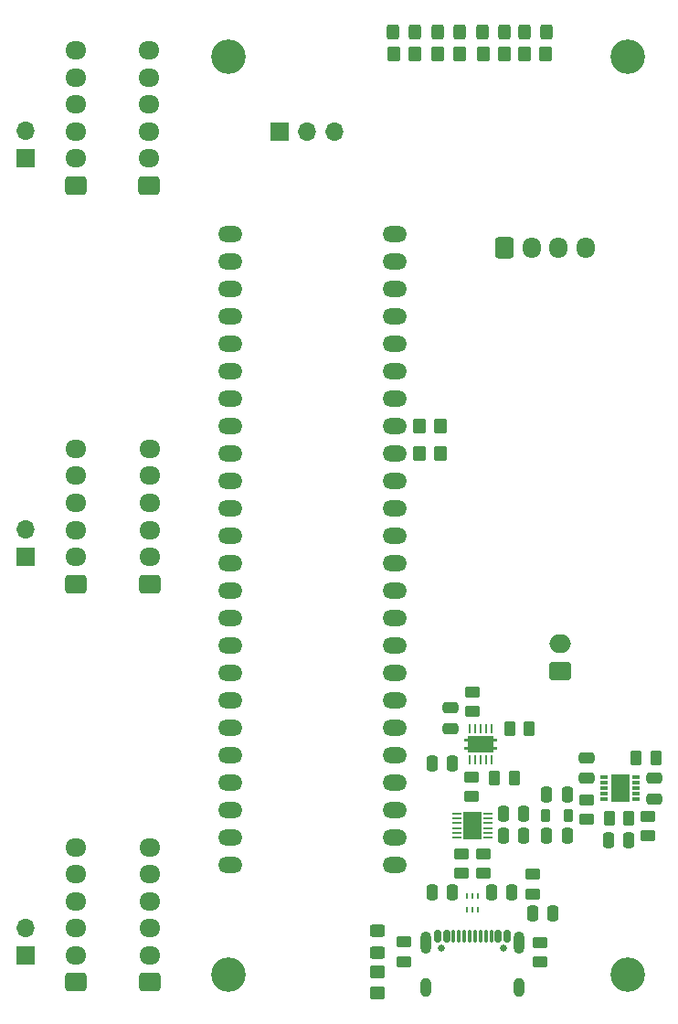
<source format=gts>
G04 #@! TF.GenerationSoftware,KiCad,Pcbnew,8.0.8*
G04 #@! TF.CreationDate,2025-03-10T12:23:01-04:00*
G04 #@! TF.ProjectId,ground-receiver,67726f75-6e64-42d7-9265-636569766572,rev?*
G04 #@! TF.SameCoordinates,Original*
G04 #@! TF.FileFunction,Soldermask,Top*
G04 #@! TF.FilePolarity,Negative*
%FSLAX46Y46*%
G04 Gerber Fmt 4.6, Leading zero omitted, Abs format (unit mm)*
G04 Created by KiCad (PCBNEW 8.0.8) date 2025-03-10 12:23:01*
%MOMM*%
%LPD*%
G01*
G04 APERTURE LIST*
G04 Aperture macros list*
%AMRoundRect*
0 Rectangle with rounded corners*
0 $1 Rounding radius*
0 $2 $3 $4 $5 $6 $7 $8 $9 X,Y pos of 4 corners*
0 Add a 4 corners polygon primitive as box body*
4,1,4,$2,$3,$4,$5,$6,$7,$8,$9,$2,$3,0*
0 Add four circle primitives for the rounded corners*
1,1,$1+$1,$2,$3*
1,1,$1+$1,$4,$5*
1,1,$1+$1,$6,$7*
1,1,$1+$1,$8,$9*
0 Add four rect primitives between the rounded corners*
20,1,$1+$1,$2,$3,$4,$5,0*
20,1,$1+$1,$4,$5,$6,$7,0*
20,1,$1+$1,$6,$7,$8,$9,0*
20,1,$1+$1,$8,$9,$2,$3,0*%
G04 Aperture macros list end*
%ADD10C,0.000000*%
%ADD11RoundRect,0.050000X0.350000X0.050000X-0.350000X0.050000X-0.350000X-0.050000X0.350000X-0.050000X0*%
%ADD12R,1.700000X2.500000*%
%ADD13R,0.254000X0.812800*%
%ADD14R,2.400000X1.650000*%
%ADD15RoundRect,0.250000X0.262500X0.450000X-0.262500X0.450000X-0.262500X-0.450000X0.262500X-0.450000X0*%
%ADD16RoundRect,0.250000X-0.600000X-0.725000X0.600000X-0.725000X0.600000X0.725000X-0.600000X0.725000X0*%
%ADD17O,1.700000X1.950000*%
%ADD18RoundRect,0.250000X-0.350000X-0.450000X0.350000X-0.450000X0.350000X0.450000X-0.350000X0.450000X0*%
%ADD19RoundRect,0.250000X-0.450000X0.262500X-0.450000X-0.262500X0.450000X-0.262500X0.450000X0.262500X0*%
%ADD20RoundRect,0.250000X0.250000X0.475000X-0.250000X0.475000X-0.250000X-0.475000X0.250000X-0.475000X0*%
%ADD21C,3.200000*%
%ADD22RoundRect,0.250000X-0.250000X-0.475000X0.250000X-0.475000X0.250000X0.475000X-0.250000X0.475000X0*%
%ADD23RoundRect,0.250000X0.450000X-0.262500X0.450000X0.262500X-0.450000X0.262500X-0.450000X-0.262500X0*%
%ADD24RoundRect,0.250000X0.475000X-0.250000X0.475000X0.250000X-0.475000X0.250000X-0.475000X-0.250000X0*%
%ADD25O,2.250000X1.500000*%
%ADD26RoundRect,0.250000X0.725000X-0.600000X0.725000X0.600000X-0.725000X0.600000X-0.725000X-0.600000X0*%
%ADD27O,1.950000X1.700000*%
%ADD28RoundRect,0.250000X0.450000X-0.325000X0.450000X0.325000X-0.450000X0.325000X-0.450000X-0.325000X0*%
%ADD29RoundRect,0.250000X-0.475000X0.250000X-0.475000X-0.250000X0.475000X-0.250000X0.475000X0.250000X0*%
%ADD30RoundRect,0.250000X0.750000X-0.600000X0.750000X0.600000X-0.750000X0.600000X-0.750000X-0.600000X0*%
%ADD31O,2.000000X1.700000*%
%ADD32RoundRect,0.250000X-0.325000X-0.450000X0.325000X-0.450000X0.325000X0.450000X-0.325000X0.450000X0*%
%ADD33R,1.700000X1.700000*%
%ADD34O,1.700000X1.700000*%
%ADD35R,0.279400X0.584200*%
%ADD36RoundRect,0.250000X0.350000X0.450000X-0.350000X0.450000X-0.350000X-0.450000X0.350000X-0.450000X0*%
%ADD37RoundRect,0.250000X-0.262500X-0.450000X0.262500X-0.450000X0.262500X0.450000X-0.262500X0.450000X0*%
%ADD38R,0.800000X0.300000*%
%ADD39R,1.750000X2.500000*%
%ADD40RoundRect,0.218750X0.218750X0.381250X-0.218750X0.381250X-0.218750X-0.381250X0.218750X-0.381250X0*%
%ADD41C,0.650000*%
%ADD42RoundRect,0.150000X-0.150000X-0.425000X0.150000X-0.425000X0.150000X0.425000X-0.150000X0.425000X0*%
%ADD43RoundRect,0.075000X-0.075000X-0.500000X0.075000X-0.500000X0.075000X0.500000X-0.075000X0.500000X0*%
%ADD44O,1.000000X2.100000*%
%ADD45O,1.000000X1.800000*%
%ADD46RoundRect,0.250000X-0.450000X0.350000X-0.450000X-0.350000X0.450000X-0.350000X0.450000X0.350000X0*%
G04 APERTURE END LIST*
D10*
G36*
X153700252Y-111652263D02*
G01*
X153400252Y-111652263D01*
X153400252Y-111402263D01*
X153700252Y-111402263D01*
X153700252Y-111652263D01*
G37*
G36*
X153700252Y-111652263D02*
G01*
X153400252Y-111652263D01*
X153400252Y-111402263D01*
X153700252Y-111402263D01*
X153700252Y-111652263D01*
G37*
G36*
X156400252Y-111652263D02*
G01*
X156100252Y-111652263D01*
X156100252Y-111402263D01*
X156400252Y-111402263D01*
X156400252Y-111652263D01*
G37*
G36*
X156400252Y-111652263D02*
G01*
X156100252Y-111652263D01*
X156100252Y-111402263D01*
X156400252Y-111402263D01*
X156400252Y-111652263D01*
G37*
G36*
X153700252Y-110902137D02*
G01*
X153400252Y-110902137D01*
X153400252Y-110652137D01*
X153700252Y-110652137D01*
X153700252Y-110902137D01*
G37*
G36*
X153700252Y-110902137D02*
G01*
X153400252Y-110902137D01*
X153400252Y-110652137D01*
X153700252Y-110652137D01*
X153700252Y-110902137D01*
G37*
G36*
X156400252Y-110902137D02*
G01*
X156100252Y-110902137D01*
X156100252Y-110652137D01*
X156400252Y-110652137D01*
X156400252Y-110902137D01*
G37*
G36*
X156400252Y-110902137D02*
G01*
X156100252Y-110902137D01*
X156100252Y-110652137D01*
X156400252Y-110652137D01*
X156400252Y-110902137D01*
G37*
D11*
X155575000Y-119800000D03*
X155575000Y-119350000D03*
X155575000Y-118900000D03*
X155575000Y-118450000D03*
X155575000Y-118000000D03*
X155575000Y-117550000D03*
X152675000Y-117550000D03*
X152675000Y-118000000D03*
X152675000Y-118450000D03*
X152675000Y-118900000D03*
X152675000Y-119350000D03*
X152675000Y-119800000D03*
D12*
X154125000Y-118675000D03*
D13*
X153900000Y-112600000D03*
X154400126Y-112600000D03*
X154900252Y-112600000D03*
X155400378Y-112600000D03*
X155900504Y-112600000D03*
X155900504Y-109704400D03*
X155400378Y-109704400D03*
X154900252Y-109704400D03*
X154400126Y-109704400D03*
X153900000Y-109704400D03*
D14*
X154900252Y-111152200D03*
D15*
X171137500Y-112412500D03*
X169312500Y-112412500D03*
D16*
X157100000Y-65200000D03*
D17*
X159600000Y-65200000D03*
X162100000Y-65200000D03*
X164600000Y-65200000D03*
D18*
X155100000Y-47200000D03*
X157100000Y-47200000D03*
D19*
X164712500Y-116287500D03*
X164712500Y-118112500D03*
D20*
X162912500Y-115812500D03*
X161012500Y-115812500D03*
D19*
X155100000Y-121275000D03*
X155100000Y-123100000D03*
D20*
X157800000Y-124900000D03*
X155900000Y-124900000D03*
D21*
X131500000Y-132500000D03*
D15*
X168612500Y-118012500D03*
X166787500Y-118012500D03*
D22*
X161012500Y-119612500D03*
X162912500Y-119612500D03*
D19*
X147800000Y-129475000D03*
X147800000Y-131300000D03*
D20*
X158900000Y-119600000D03*
X157000000Y-119600000D03*
D23*
X170412500Y-119637500D03*
X170412500Y-117812500D03*
D24*
X164712500Y-114312500D03*
X164712500Y-112412500D03*
D25*
X131680000Y-66425000D03*
X131680000Y-68965000D03*
X131680000Y-71505000D03*
X131680000Y-74045000D03*
X131680000Y-99445000D03*
X146920000Y-68965000D03*
X131680000Y-76585000D03*
X131680000Y-79125000D03*
X146920000Y-63885000D03*
X131680000Y-81665000D03*
X131680000Y-84205000D03*
X131680000Y-86745000D03*
X131680000Y-89285000D03*
X131680000Y-91825000D03*
X131680000Y-94365000D03*
X131680000Y-96905000D03*
X146920000Y-96905000D03*
X146920000Y-94365000D03*
X146920000Y-91825000D03*
X146920000Y-89285000D03*
X146920000Y-86745000D03*
X146920000Y-84205000D03*
X146920000Y-81665000D03*
X146920000Y-79125000D03*
X146920000Y-76585000D03*
X146920000Y-74045000D03*
X146920000Y-71505000D03*
X131680000Y-101985000D03*
X131680000Y-104525000D03*
X131680000Y-107065000D03*
X131680000Y-109605000D03*
X131680000Y-112145000D03*
X131680000Y-114685000D03*
X131680000Y-117225000D03*
X131680000Y-119765000D03*
X131680000Y-122305000D03*
X146920000Y-122305000D03*
X146920000Y-119765000D03*
X146920000Y-117225000D03*
X146920000Y-114685000D03*
X146920000Y-112145000D03*
X146920000Y-109605000D03*
X146920000Y-107065000D03*
X146920000Y-104525000D03*
X146920000Y-101985000D03*
X131680000Y-63885000D03*
X146920000Y-66425000D03*
X146920000Y-99445000D03*
D22*
X150400000Y-124900000D03*
X152300000Y-124900000D03*
D18*
X150925000Y-47200000D03*
X152925000Y-47200000D03*
D26*
X124200000Y-96300000D03*
D27*
X124200000Y-93800000D03*
X124200000Y-91300000D03*
X124200000Y-88800000D03*
X124200000Y-86300000D03*
X124200000Y-83800000D03*
D23*
X154000000Y-116012500D03*
X154000000Y-114187500D03*
D19*
X153100000Y-121275000D03*
X153100000Y-123100000D03*
D28*
X145300000Y-130450000D03*
X145300000Y-128400000D03*
D29*
X170987500Y-114312500D03*
X170987500Y-116212500D03*
D30*
X162250000Y-104335130D03*
D31*
X162250000Y-101835130D03*
D32*
X158973800Y-45223800D03*
X161023800Y-45223800D03*
D33*
X136260000Y-54400000D03*
D34*
X138800000Y-54400000D03*
X141340000Y-54400000D03*
D26*
X117400000Y-59400000D03*
D27*
X117400000Y-56900000D03*
X117400000Y-54400000D03*
X117400000Y-51900000D03*
X117400000Y-49400000D03*
X117400000Y-46900000D03*
D26*
X124175000Y-59400000D03*
D27*
X124175000Y-56900000D03*
X124175000Y-54400000D03*
X124175000Y-51900000D03*
X124175000Y-49400000D03*
X124175000Y-46900000D03*
D34*
X112700000Y-91235000D03*
D33*
X112700000Y-93775000D03*
D34*
X112700000Y-128160000D03*
D33*
X112700000Y-130700000D03*
D35*
X153600000Y-126500000D03*
X154099999Y-126500000D03*
X154599998Y-126500000D03*
X154599998Y-125179200D03*
X154099999Y-125179200D03*
X153600000Y-125179200D03*
D18*
X158923800Y-47223800D03*
X160923800Y-47223800D03*
D32*
X155050000Y-45200000D03*
X157100000Y-45200000D03*
D36*
X151200000Y-81700000D03*
X149200000Y-81700000D03*
D19*
X160400000Y-129500000D03*
X160400000Y-131325000D03*
D20*
X161600000Y-126800000D03*
X159700000Y-126800000D03*
D29*
X152100000Y-107800000D03*
X152100000Y-109700000D03*
D37*
X156175000Y-114300000D03*
X158000000Y-114300000D03*
D38*
X166312500Y-114212500D03*
X166312500Y-114712500D03*
X166312500Y-115212500D03*
X166312500Y-115712500D03*
X166312500Y-116212500D03*
X169312500Y-116212500D03*
X169312500Y-115712500D03*
X169312500Y-115212500D03*
X169312500Y-114712500D03*
X169312500Y-114212500D03*
D39*
X167812500Y-115212500D03*
D40*
X163037500Y-117712500D03*
X160912500Y-117712500D03*
D32*
X150875000Y-45200000D03*
X152925000Y-45200000D03*
D20*
X158900000Y-117600000D03*
X157000000Y-117600000D03*
D21*
X168500000Y-47500000D03*
D22*
X150400000Y-112900000D03*
X152300000Y-112900000D03*
D18*
X146825000Y-47200000D03*
X148825000Y-47200000D03*
D36*
X151200000Y-84200000D03*
X149200000Y-84200000D03*
D34*
X112700000Y-54360000D03*
D33*
X112700000Y-56900000D03*
D32*
X146775000Y-45200000D03*
X148825000Y-45200000D03*
D41*
X151230000Y-130020000D03*
X157010000Y-130020000D03*
D42*
X150920000Y-128945000D03*
X151720000Y-128945000D03*
D43*
X152870000Y-128945000D03*
X153870000Y-128945000D03*
X154370000Y-128945000D03*
X155370000Y-128945000D03*
D42*
X156520000Y-128945000D03*
X157320000Y-128945000D03*
X157320000Y-128945000D03*
X156520000Y-128945000D03*
D43*
X155870000Y-128945000D03*
X154870000Y-128945000D03*
X153370000Y-128945000D03*
X152370000Y-128945000D03*
D42*
X151720000Y-128945000D03*
X150920000Y-128945000D03*
D44*
X149800000Y-129520000D03*
D45*
X149800000Y-133700000D03*
D44*
X158440000Y-129520000D03*
D45*
X158440000Y-133700000D03*
D19*
X159700000Y-123175000D03*
X159700000Y-125000000D03*
D21*
X168500000Y-132500000D03*
D46*
X145300000Y-132200000D03*
X145300000Y-134200000D03*
D21*
X131500000Y-47500000D03*
D23*
X154100000Y-108125000D03*
X154100000Y-106300000D03*
D37*
X157575000Y-109700000D03*
X159400000Y-109700000D03*
D20*
X168612500Y-120012500D03*
X166712500Y-120012500D03*
D26*
X117400000Y-96300000D03*
D27*
X117400000Y-93800000D03*
X117400000Y-91300000D03*
X117400000Y-88800000D03*
X117400000Y-86300000D03*
X117400000Y-83800000D03*
D26*
X117400000Y-133200000D03*
D27*
X117400000Y-130700000D03*
X117400000Y-128200000D03*
X117400000Y-125700000D03*
X117400000Y-123200000D03*
X117400000Y-120700000D03*
D26*
X124200000Y-133200000D03*
D27*
X124200000Y-130700000D03*
X124200000Y-128200000D03*
X124200000Y-125700000D03*
X124200000Y-123200000D03*
X124200000Y-120700000D03*
M02*

</source>
